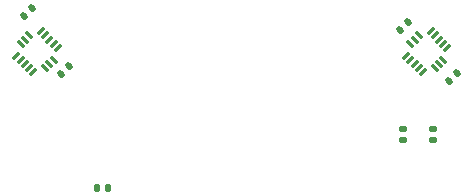
<source format=gbr>
%TF.GenerationSoftware,KiCad,Pcbnew,9.0.6*%
%TF.CreationDate,2025-12-17T16:55:42-07:00*%
%TF.ProjectId,fizzbee,66697a7a-6265-4652-9e6b-696361645f70,rev?*%
%TF.SameCoordinates,Original*%
%TF.FileFunction,Paste,Top*%
%TF.FilePolarity,Positive*%
%FSLAX46Y46*%
G04 Gerber Fmt 4.6, Leading zero omitted, Abs format (unit mm)*
G04 Created by KiCad (PCBNEW 9.0.6) date 2025-12-17 16:55:42*
%MOMM*%
%LPD*%
G01*
G04 APERTURE LIST*
G04 Aperture macros list*
%AMRoundRect*
0 Rectangle with rounded corners*
0 $1 Rounding radius*
0 $2 $3 $4 $5 $6 $7 $8 $9 X,Y pos of 4 corners*
0 Add a 4 corners polygon primitive as box body*
4,1,4,$2,$3,$4,$5,$6,$7,$8,$9,$2,$3,0*
0 Add four circle primitives for the rounded corners*
1,1,$1+$1,$2,$3*
1,1,$1+$1,$4,$5*
1,1,$1+$1,$6,$7*
1,1,$1+$1,$8,$9*
0 Add four rect primitives between the rounded corners*
20,1,$1+$1,$2,$3,$4,$5,0*
20,1,$1+$1,$4,$5,$6,$7,0*
20,1,$1+$1,$6,$7,$8,$9,0*
20,1,$1+$1,$8,$9,$2,$3,0*%
%AMRotRect*
0 Rectangle, with rotation*
0 The origin of the aperture is its center*
0 $1 length*
0 $2 width*
0 $3 Rotation angle, in degrees counterclockwise*
0 Add horizontal line*
21,1,$1,$2,0,0,$3*%
G04 Aperture macros list end*
%ADD10RoundRect,0.140000X0.021213X-0.219203X0.219203X-0.021213X-0.021213X0.219203X-0.219203X0.021213X0*%
%ADD11RoundRect,0.140000X0.170000X-0.140000X0.170000X0.140000X-0.170000X0.140000X-0.170000X-0.140000X0*%
%ADD12RotRect,0.830000X0.270000X45.000000*%
%ADD13RotRect,0.270000X0.830000X45.000000*%
%ADD14RoundRect,0.140000X-0.140000X-0.170000X0.140000X-0.170000X0.140000X0.170000X-0.140000X0.170000X0*%
%ADD15RoundRect,0.140000X-0.021213X0.219203X-0.219203X0.021213X0.021213X-0.219203X0.219203X-0.021213X0*%
G04 APERTURE END LIST*
D10*
%TO.C,C4*%
X127160589Y-91839411D03*
X127839411Y-91160589D03*
%TD*%
D11*
%TO.C,R5*%
X161753446Y-102292340D03*
X161753446Y-101332340D03*
%TD*%
D12*
%TO.C,U2*%
X159506892Y-95164680D03*
X159860446Y-95518234D03*
X160213999Y-95871787D03*
X160567552Y-96225340D03*
X160921106Y-96578894D03*
D13*
X161939340Y-96225340D03*
X162292893Y-95871787D03*
X162646446Y-95518234D03*
D12*
X163000000Y-94500000D03*
X162646446Y-94146446D03*
X162292893Y-93792893D03*
X161939340Y-93439340D03*
X161585786Y-93085786D03*
D13*
X160567552Y-93439340D03*
X160213999Y-93792893D03*
X159860446Y-94146446D03*
%TD*%
D14*
%TO.C,C5*%
X133293446Y-106332340D03*
X134253446Y-106332340D03*
%TD*%
D11*
%TO.C,R6*%
X159253446Y-102312340D03*
X159253446Y-101352340D03*
%TD*%
D12*
%TO.C,U3*%
X126506892Y-95164680D03*
X126860446Y-95518234D03*
X127213999Y-95871787D03*
X127567552Y-96225340D03*
X127921106Y-96578894D03*
D13*
X128939340Y-96225340D03*
X129292893Y-95871787D03*
X129646446Y-95518234D03*
D12*
X130000000Y-94500000D03*
X129646446Y-94146446D03*
X129292893Y-93792893D03*
X128939340Y-93439340D03*
X128585786Y-93085786D03*
D13*
X127567552Y-93439340D03*
X127213999Y-93792893D03*
X126860446Y-94146446D03*
%TD*%
D10*
%TO.C,C3*%
X130321178Y-96678822D03*
X131000000Y-96000000D03*
%TD*%
%TO.C,C2*%
X159000000Y-93000000D03*
X159678822Y-92321178D03*
%TD*%
D15*
%TO.C,C1*%
X163839411Y-96660589D03*
X163160589Y-97339411D03*
%TD*%
M02*

</source>
